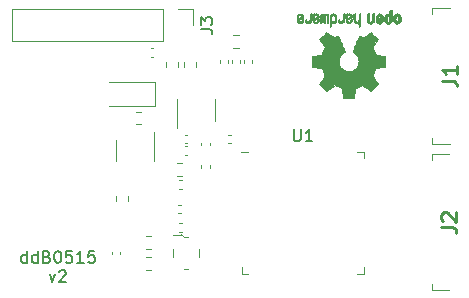
<source format=gto>
G04 #@! TF.GenerationSoftware,KiCad,Pcbnew,5.1.7-a382d34a8~87~ubuntu20.04.1*
G04 #@! TF.CreationDate,2020-11-21T01:21:06+00:00*
G04 #@! TF.ProjectId,ILI2511-N7,494c4932-3531-4312-9d4e-372e6b696361,rev?*
G04 #@! TF.SameCoordinates,Original*
G04 #@! TF.FileFunction,Legend,Top*
G04 #@! TF.FilePolarity,Positive*
%FSLAX46Y46*%
G04 Gerber Fmt 4.6, Leading zero omitted, Abs format (unit mm)*
G04 Created by KiCad (PCBNEW 5.1.7-a382d34a8~87~ubuntu20.04.1) date 2020-11-21 01:21:06*
%MOMM*%
%LPD*%
G01*
G04 APERTURE LIST*
%ADD10C,0.150000*%
%ADD11C,0.010000*%
%ADD12C,0.120000*%
%ADD13C,0.100000*%
%ADD14C,0.254000*%
G04 APERTURE END LIST*
D10*
X129987142Y-86117380D02*
X129987142Y-85117380D01*
X129987142Y-86069761D02*
X129891904Y-86117380D01*
X129701428Y-86117380D01*
X129606190Y-86069761D01*
X129558571Y-86022142D01*
X129510952Y-85926904D01*
X129510952Y-85641190D01*
X129558571Y-85545952D01*
X129606190Y-85498333D01*
X129701428Y-85450714D01*
X129891904Y-85450714D01*
X129987142Y-85498333D01*
X130891904Y-86117380D02*
X130891904Y-85117380D01*
X130891904Y-86069761D02*
X130796666Y-86117380D01*
X130606190Y-86117380D01*
X130510952Y-86069761D01*
X130463333Y-86022142D01*
X130415714Y-85926904D01*
X130415714Y-85641190D01*
X130463333Y-85545952D01*
X130510952Y-85498333D01*
X130606190Y-85450714D01*
X130796666Y-85450714D01*
X130891904Y-85498333D01*
X131701428Y-85593571D02*
X131844285Y-85641190D01*
X131891904Y-85688809D01*
X131939523Y-85784047D01*
X131939523Y-85926904D01*
X131891904Y-86022142D01*
X131844285Y-86069761D01*
X131749047Y-86117380D01*
X131368095Y-86117380D01*
X131368095Y-85117380D01*
X131701428Y-85117380D01*
X131796666Y-85165000D01*
X131844285Y-85212619D01*
X131891904Y-85307857D01*
X131891904Y-85403095D01*
X131844285Y-85498333D01*
X131796666Y-85545952D01*
X131701428Y-85593571D01*
X131368095Y-85593571D01*
X132558571Y-85117380D02*
X132653809Y-85117380D01*
X132749047Y-85165000D01*
X132796666Y-85212619D01*
X132844285Y-85307857D01*
X132891904Y-85498333D01*
X132891904Y-85736428D01*
X132844285Y-85926904D01*
X132796666Y-86022142D01*
X132749047Y-86069761D01*
X132653809Y-86117380D01*
X132558571Y-86117380D01*
X132463333Y-86069761D01*
X132415714Y-86022142D01*
X132368095Y-85926904D01*
X132320476Y-85736428D01*
X132320476Y-85498333D01*
X132368095Y-85307857D01*
X132415714Y-85212619D01*
X132463333Y-85165000D01*
X132558571Y-85117380D01*
X133796666Y-85117380D02*
X133320476Y-85117380D01*
X133272857Y-85593571D01*
X133320476Y-85545952D01*
X133415714Y-85498333D01*
X133653809Y-85498333D01*
X133749047Y-85545952D01*
X133796666Y-85593571D01*
X133844285Y-85688809D01*
X133844285Y-85926904D01*
X133796666Y-86022142D01*
X133749047Y-86069761D01*
X133653809Y-86117380D01*
X133415714Y-86117380D01*
X133320476Y-86069761D01*
X133272857Y-86022142D01*
X134796666Y-86117380D02*
X134225238Y-86117380D01*
X134510952Y-86117380D02*
X134510952Y-85117380D01*
X134415714Y-85260238D01*
X134320476Y-85355476D01*
X134225238Y-85403095D01*
X135701428Y-85117380D02*
X135225238Y-85117380D01*
X135177619Y-85593571D01*
X135225238Y-85545952D01*
X135320476Y-85498333D01*
X135558571Y-85498333D01*
X135653809Y-85545952D01*
X135701428Y-85593571D01*
X135749047Y-85688809D01*
X135749047Y-85926904D01*
X135701428Y-86022142D01*
X135653809Y-86069761D01*
X135558571Y-86117380D01*
X135320476Y-86117380D01*
X135225238Y-86069761D01*
X135177619Y-86022142D01*
X131915714Y-87100714D02*
X132153809Y-87767380D01*
X132391904Y-87100714D01*
X132725238Y-86862619D02*
X132772857Y-86815000D01*
X132868095Y-86767380D01*
X133106190Y-86767380D01*
X133201428Y-86815000D01*
X133249047Y-86862619D01*
X133296666Y-86957857D01*
X133296666Y-87053095D01*
X133249047Y-87195952D01*
X132677619Y-87767380D01*
X133296666Y-87767380D01*
D11*
G36*
X160461114Y-65865495D02*
G01*
X160386461Y-65828273D01*
X160320569Y-65759739D01*
X160302423Y-65734352D01*
X160282655Y-65701134D01*
X160269828Y-65665055D01*
X160262490Y-65616902D01*
X160259187Y-65547464D01*
X160258462Y-65455794D01*
X160261737Y-65330170D01*
X160273123Y-65235846D01*
X160294959Y-65165477D01*
X160329581Y-65111714D01*
X160379330Y-65067212D01*
X160382986Y-65064577D01*
X160432015Y-65037623D01*
X160491055Y-65024288D01*
X160566141Y-65021000D01*
X160688205Y-65021000D01*
X160688256Y-64902503D01*
X160689392Y-64836508D01*
X160696314Y-64797798D01*
X160714402Y-64774581D01*
X160749038Y-64755067D01*
X160757355Y-64751080D01*
X160796280Y-64732397D01*
X160826417Y-64720597D01*
X160848826Y-64719578D01*
X160864567Y-64733239D01*
X160874698Y-64765478D01*
X160880277Y-64820196D01*
X160882365Y-64901289D01*
X160882019Y-65012656D01*
X160880300Y-65158198D01*
X160879763Y-65201731D01*
X160877828Y-65351795D01*
X160876096Y-65449958D01*
X160688308Y-65449958D01*
X160687252Y-65366636D01*
X160682562Y-65312120D01*
X160671949Y-65276163D01*
X160653128Y-65248518D01*
X160640350Y-65235035D01*
X160588110Y-65195583D01*
X160541858Y-65192372D01*
X160494133Y-65224951D01*
X160492923Y-65226154D01*
X160473506Y-65251332D01*
X160461693Y-65285553D01*
X160455735Y-65338252D01*
X160453880Y-65418869D01*
X160453846Y-65436729D01*
X160458330Y-65547825D01*
X160472926Y-65624839D01*
X160499350Y-65671853D01*
X160539317Y-65692950D01*
X160562416Y-65695077D01*
X160617238Y-65685100D01*
X160654842Y-65652248D01*
X160677477Y-65592143D01*
X160687394Y-65500402D01*
X160688308Y-65449958D01*
X160876096Y-65449958D01*
X160875778Y-65467940D01*
X160873127Y-65555321D01*
X160869394Y-65619095D01*
X160864093Y-65664418D01*
X160856742Y-65696445D01*
X160846857Y-65720332D01*
X160833954Y-65741236D01*
X160828421Y-65749102D01*
X160755031Y-65823405D01*
X160662240Y-65865533D01*
X160554904Y-65877278D01*
X160461114Y-65865495D01*
G37*
X160461114Y-65865495D02*
X160386461Y-65828273D01*
X160320569Y-65759739D01*
X160302423Y-65734352D01*
X160282655Y-65701134D01*
X160269828Y-65665055D01*
X160262490Y-65616902D01*
X160259187Y-65547464D01*
X160258462Y-65455794D01*
X160261737Y-65330170D01*
X160273123Y-65235846D01*
X160294959Y-65165477D01*
X160329581Y-65111714D01*
X160379330Y-65067212D01*
X160382986Y-65064577D01*
X160432015Y-65037623D01*
X160491055Y-65024288D01*
X160566141Y-65021000D01*
X160688205Y-65021000D01*
X160688256Y-64902503D01*
X160689392Y-64836508D01*
X160696314Y-64797798D01*
X160714402Y-64774581D01*
X160749038Y-64755067D01*
X160757355Y-64751080D01*
X160796280Y-64732397D01*
X160826417Y-64720597D01*
X160848826Y-64719578D01*
X160864567Y-64733239D01*
X160874698Y-64765478D01*
X160880277Y-64820196D01*
X160882365Y-64901289D01*
X160882019Y-65012656D01*
X160880300Y-65158198D01*
X160879763Y-65201731D01*
X160877828Y-65351795D01*
X160876096Y-65449958D01*
X160688308Y-65449958D01*
X160687252Y-65366636D01*
X160682562Y-65312120D01*
X160671949Y-65276163D01*
X160653128Y-65248518D01*
X160640350Y-65235035D01*
X160588110Y-65195583D01*
X160541858Y-65192372D01*
X160494133Y-65224951D01*
X160492923Y-65226154D01*
X160473506Y-65251332D01*
X160461693Y-65285553D01*
X160455735Y-65338252D01*
X160453880Y-65418869D01*
X160453846Y-65436729D01*
X160458330Y-65547825D01*
X160472926Y-65624839D01*
X160499350Y-65671853D01*
X160539317Y-65692950D01*
X160562416Y-65695077D01*
X160617238Y-65685100D01*
X160654842Y-65652248D01*
X160677477Y-65592143D01*
X160687394Y-65500402D01*
X160688308Y-65449958D01*
X160876096Y-65449958D01*
X160875778Y-65467940D01*
X160873127Y-65555321D01*
X160869394Y-65619095D01*
X160864093Y-65664418D01*
X160856742Y-65696445D01*
X160846857Y-65720332D01*
X160833954Y-65741236D01*
X160828421Y-65749102D01*
X160755031Y-65823405D01*
X160662240Y-65865533D01*
X160554904Y-65877278D01*
X160461114Y-65865495D01*
G36*
X158958336Y-65854911D02*
G01*
X158895633Y-65818642D01*
X158852039Y-65782642D01*
X158820155Y-65744925D01*
X158798190Y-65698801D01*
X158784351Y-65637579D01*
X158776847Y-65554569D01*
X158773883Y-65443081D01*
X158773539Y-65362938D01*
X158773539Y-65067935D01*
X158939615Y-64993485D01*
X158949385Y-65316598D01*
X158953421Y-65437271D01*
X158957656Y-65524859D01*
X158962903Y-65585350D01*
X158969975Y-65624732D01*
X158979689Y-65648993D01*
X158992856Y-65664120D01*
X158997081Y-65667394D01*
X159061091Y-65692966D01*
X159125792Y-65682847D01*
X159164308Y-65656000D01*
X159179975Y-65636976D01*
X159190820Y-65612012D01*
X159197712Y-65574166D01*
X159201521Y-65516498D01*
X159203117Y-65432065D01*
X159203385Y-65344072D01*
X159203437Y-65233677D01*
X159205328Y-65155537D01*
X159211655Y-65102835D01*
X159225017Y-65068758D01*
X159248015Y-65046489D01*
X159283246Y-65029213D01*
X159330303Y-65011262D01*
X159381697Y-64991722D01*
X159375579Y-65338515D01*
X159373116Y-65463532D01*
X159370233Y-65555918D01*
X159366102Y-65622119D01*
X159359893Y-65668580D01*
X159350774Y-65701744D01*
X159337917Y-65728056D01*
X159322416Y-65751271D01*
X159247629Y-65825431D01*
X159156372Y-65868316D01*
X159057117Y-65878588D01*
X158958336Y-65854911D01*
G37*
X158958336Y-65854911D02*
X158895633Y-65818642D01*
X158852039Y-65782642D01*
X158820155Y-65744925D01*
X158798190Y-65698801D01*
X158784351Y-65637579D01*
X158776847Y-65554569D01*
X158773883Y-65443081D01*
X158773539Y-65362938D01*
X158773539Y-65067935D01*
X158939615Y-64993485D01*
X158949385Y-65316598D01*
X158953421Y-65437271D01*
X158957656Y-65524859D01*
X158962903Y-65585350D01*
X158969975Y-65624732D01*
X158979689Y-65648993D01*
X158992856Y-65664120D01*
X158997081Y-65667394D01*
X159061091Y-65692966D01*
X159125792Y-65682847D01*
X159164308Y-65656000D01*
X159179975Y-65636976D01*
X159190820Y-65612012D01*
X159197712Y-65574166D01*
X159201521Y-65516498D01*
X159203117Y-65432065D01*
X159203385Y-65344072D01*
X159203437Y-65233677D01*
X159205328Y-65155537D01*
X159211655Y-65102835D01*
X159225017Y-65068758D01*
X159248015Y-65046489D01*
X159283246Y-65029213D01*
X159330303Y-65011262D01*
X159381697Y-64991722D01*
X159375579Y-65338515D01*
X159373116Y-65463532D01*
X159370233Y-65555918D01*
X159366102Y-65622119D01*
X159359893Y-65668580D01*
X159350774Y-65701744D01*
X159337917Y-65728056D01*
X159322416Y-65751271D01*
X159247629Y-65825431D01*
X159156372Y-65868316D01*
X159057117Y-65878588D01*
X158958336Y-65854911D01*
G36*
X161213114Y-65862744D02*
G01*
X161121536Y-65814591D01*
X161053951Y-65737095D01*
X161029943Y-65687273D01*
X161011262Y-65612467D01*
X161001699Y-65517948D01*
X161000792Y-65414790D01*
X161008079Y-65314065D01*
X161023097Y-65226847D01*
X161045385Y-65164209D01*
X161052235Y-65153421D01*
X161133368Y-65072895D01*
X161229734Y-65024664D01*
X161334299Y-65010550D01*
X161440032Y-65032371D01*
X161469457Y-65045453D01*
X161526759Y-65085769D01*
X161577050Y-65139225D01*
X161581803Y-65146005D01*
X161601122Y-65178679D01*
X161613892Y-65213606D01*
X161621436Y-65259586D01*
X161625076Y-65325416D01*
X161626135Y-65419895D01*
X161626154Y-65441077D01*
X161626106Y-65447818D01*
X161430769Y-65447818D01*
X161429632Y-65358651D01*
X161425159Y-65299480D01*
X161415754Y-65261259D01*
X161399824Y-65234947D01*
X161391692Y-65226154D01*
X161344942Y-65192739D01*
X161299553Y-65194263D01*
X161253660Y-65223248D01*
X161226288Y-65254191D01*
X161210077Y-65299357D01*
X161200974Y-65370580D01*
X161200349Y-65378886D01*
X161198796Y-65507963D01*
X161215035Y-65603828D01*
X161248848Y-65665893D01*
X161300016Y-65693568D01*
X161318280Y-65695077D01*
X161366240Y-65687487D01*
X161399047Y-65661192D01*
X161419105Y-65610905D01*
X161428822Y-65531336D01*
X161430769Y-65447818D01*
X161626106Y-65447818D01*
X161625426Y-65541751D01*
X161622371Y-65612094D01*
X161615678Y-65660837D01*
X161604040Y-65696712D01*
X161586147Y-65728452D01*
X161582192Y-65734352D01*
X161515733Y-65813896D01*
X161443315Y-65860071D01*
X161355151Y-65878401D01*
X161325213Y-65879297D01*
X161213114Y-65862744D01*
G37*
X161213114Y-65862744D02*
X161121536Y-65814591D01*
X161053951Y-65737095D01*
X161029943Y-65687273D01*
X161011262Y-65612467D01*
X161001699Y-65517948D01*
X161000792Y-65414790D01*
X161008079Y-65314065D01*
X161023097Y-65226847D01*
X161045385Y-65164209D01*
X161052235Y-65153421D01*
X161133368Y-65072895D01*
X161229734Y-65024664D01*
X161334299Y-65010550D01*
X161440032Y-65032371D01*
X161469457Y-65045453D01*
X161526759Y-65085769D01*
X161577050Y-65139225D01*
X161581803Y-65146005D01*
X161601122Y-65178679D01*
X161613892Y-65213606D01*
X161621436Y-65259586D01*
X161625076Y-65325416D01*
X161626135Y-65419895D01*
X161626154Y-65441077D01*
X161626106Y-65447818D01*
X161430769Y-65447818D01*
X161429632Y-65358651D01*
X161425159Y-65299480D01*
X161415754Y-65261259D01*
X161399824Y-65234947D01*
X161391692Y-65226154D01*
X161344942Y-65192739D01*
X161299553Y-65194263D01*
X161253660Y-65223248D01*
X161226288Y-65254191D01*
X161210077Y-65299357D01*
X161200974Y-65370580D01*
X161200349Y-65378886D01*
X161198796Y-65507963D01*
X161215035Y-65603828D01*
X161248848Y-65665893D01*
X161300016Y-65693568D01*
X161318280Y-65695077D01*
X161366240Y-65687487D01*
X161399047Y-65661192D01*
X161419105Y-65610905D01*
X161428822Y-65531336D01*
X161430769Y-65447818D01*
X161626106Y-65447818D01*
X161625426Y-65541751D01*
X161622371Y-65612094D01*
X161615678Y-65660837D01*
X161604040Y-65696712D01*
X161586147Y-65728452D01*
X161582192Y-65734352D01*
X161515733Y-65813896D01*
X161443315Y-65860071D01*
X161355151Y-65878401D01*
X161325213Y-65879297D01*
X161213114Y-65862744D01*
G36*
X159695746Y-65850255D02*
G01*
X159618714Y-65798433D01*
X159559184Y-65723588D01*
X159523622Y-65628346D01*
X159516429Y-65558244D01*
X159517246Y-65528991D01*
X159524086Y-65506593D01*
X159542888Y-65486526D01*
X159579592Y-65464267D01*
X159640138Y-65435291D01*
X159730466Y-65395073D01*
X159730923Y-65394871D01*
X159814067Y-65356790D01*
X159882247Y-65322975D01*
X159928495Y-65297067D01*
X159945842Y-65282705D01*
X159945846Y-65282589D01*
X159930557Y-65251315D01*
X159894804Y-65216843D01*
X159853758Y-65192010D01*
X159832963Y-65187077D01*
X159776230Y-65204138D01*
X159727373Y-65246867D01*
X159703535Y-65293845D01*
X159680603Y-65328478D01*
X159635682Y-65367919D01*
X159582877Y-65401991D01*
X159536290Y-65420520D01*
X159526548Y-65421538D01*
X159515582Y-65404785D01*
X159514921Y-65361961D01*
X159522980Y-65304219D01*
X159538173Y-65242711D01*
X159558914Y-65188591D01*
X159559962Y-65186490D01*
X159622379Y-65099340D01*
X159703274Y-65040061D01*
X159795144Y-65010966D01*
X159890487Y-65014366D01*
X159981802Y-65052572D01*
X159985862Y-65055259D01*
X160057694Y-65120358D01*
X160104927Y-65205295D01*
X160131066Y-65316979D01*
X160134574Y-65348357D01*
X160140787Y-65496464D01*
X160133339Y-65565532D01*
X159945846Y-65565532D01*
X159943410Y-65522448D01*
X159930086Y-65509874D01*
X159896868Y-65519281D01*
X159844506Y-65541517D01*
X159785976Y-65569390D01*
X159784521Y-65570128D01*
X159734911Y-65596223D01*
X159715000Y-65613637D01*
X159719910Y-65631893D01*
X159740584Y-65655880D01*
X159793181Y-65690594D01*
X159849823Y-65693144D01*
X159900631Y-65667881D01*
X159935724Y-65619153D01*
X159945846Y-65565532D01*
X160133339Y-65565532D01*
X160128008Y-65614964D01*
X160095222Y-65708945D01*
X160049579Y-65774785D01*
X159967198Y-65841319D01*
X159876454Y-65874324D01*
X159783815Y-65876427D01*
X159695746Y-65850255D01*
G37*
X159695746Y-65850255D02*
X159618714Y-65798433D01*
X159559184Y-65723588D01*
X159523622Y-65628346D01*
X159516429Y-65558244D01*
X159517246Y-65528991D01*
X159524086Y-65506593D01*
X159542888Y-65486526D01*
X159579592Y-65464267D01*
X159640138Y-65435291D01*
X159730466Y-65395073D01*
X159730923Y-65394871D01*
X159814067Y-65356790D01*
X159882247Y-65322975D01*
X159928495Y-65297067D01*
X159945842Y-65282705D01*
X159945846Y-65282589D01*
X159930557Y-65251315D01*
X159894804Y-65216843D01*
X159853758Y-65192010D01*
X159832963Y-65187077D01*
X159776230Y-65204138D01*
X159727373Y-65246867D01*
X159703535Y-65293845D01*
X159680603Y-65328478D01*
X159635682Y-65367919D01*
X159582877Y-65401991D01*
X159536290Y-65420520D01*
X159526548Y-65421538D01*
X159515582Y-65404785D01*
X159514921Y-65361961D01*
X159522980Y-65304219D01*
X159538173Y-65242711D01*
X159558914Y-65188591D01*
X159559962Y-65186490D01*
X159622379Y-65099340D01*
X159703274Y-65040061D01*
X159795144Y-65010966D01*
X159890487Y-65014366D01*
X159981802Y-65052572D01*
X159985862Y-65055259D01*
X160057694Y-65120358D01*
X160104927Y-65205295D01*
X160131066Y-65316979D01*
X160134574Y-65348357D01*
X160140787Y-65496464D01*
X160133339Y-65565532D01*
X159945846Y-65565532D01*
X159943410Y-65522448D01*
X159930086Y-65509874D01*
X159896868Y-65519281D01*
X159844506Y-65541517D01*
X159785976Y-65569390D01*
X159784521Y-65570128D01*
X159734911Y-65596223D01*
X159715000Y-65613637D01*
X159719910Y-65631893D01*
X159740584Y-65655880D01*
X159793181Y-65690594D01*
X159849823Y-65693144D01*
X159900631Y-65667881D01*
X159935724Y-65619153D01*
X159945846Y-65565532D01*
X160133339Y-65565532D01*
X160128008Y-65614964D01*
X160095222Y-65708945D01*
X160049579Y-65774785D01*
X159967198Y-65841319D01*
X159876454Y-65874324D01*
X159783815Y-65876427D01*
X159695746Y-65850255D01*
G36*
X158070154Y-65957880D02*
G01*
X158064428Y-65878020D01*
X158057851Y-65830961D01*
X158048738Y-65810434D01*
X158035402Y-65810171D01*
X158031077Y-65812622D01*
X157973556Y-65830364D01*
X157898732Y-65829328D01*
X157822661Y-65811090D01*
X157775082Y-65787495D01*
X157726298Y-65749802D01*
X157690636Y-65707145D01*
X157666155Y-65652943D01*
X157650913Y-65580616D01*
X157642970Y-65483581D01*
X157640384Y-65355258D01*
X157640338Y-65330642D01*
X157640308Y-65054130D01*
X157701839Y-65032680D01*
X157745541Y-65018088D01*
X157769518Y-65011294D01*
X157770223Y-65011231D01*
X157772585Y-65029655D01*
X157774594Y-65080474D01*
X157776099Y-65157007D01*
X157776947Y-65252570D01*
X157777077Y-65310671D01*
X157777349Y-65425229D01*
X157778748Y-65507333D01*
X157782151Y-65563607D01*
X157788433Y-65600674D01*
X157798471Y-65625156D01*
X157813139Y-65643675D01*
X157822298Y-65652594D01*
X157885211Y-65688534D01*
X157953864Y-65691225D01*
X158016152Y-65660830D01*
X158027671Y-65649856D01*
X158044567Y-65629221D01*
X158056286Y-65604744D01*
X158063767Y-65569353D01*
X158067946Y-65515974D01*
X158069763Y-65437534D01*
X158070154Y-65329383D01*
X158070154Y-65054130D01*
X158131685Y-65032680D01*
X158175387Y-65018088D01*
X158199364Y-65011294D01*
X158200070Y-65011231D01*
X158201874Y-65029931D01*
X158203500Y-65082678D01*
X158204883Y-65164443D01*
X158205958Y-65270195D01*
X158206660Y-65394906D01*
X158206923Y-65533545D01*
X158206923Y-66068194D01*
X158079923Y-66121764D01*
X158070154Y-65957880D01*
G37*
X158070154Y-65957880D02*
X158064428Y-65878020D01*
X158057851Y-65830961D01*
X158048738Y-65810434D01*
X158035402Y-65810171D01*
X158031077Y-65812622D01*
X157973556Y-65830364D01*
X157898732Y-65829328D01*
X157822661Y-65811090D01*
X157775082Y-65787495D01*
X157726298Y-65749802D01*
X157690636Y-65707145D01*
X157666155Y-65652943D01*
X157650913Y-65580616D01*
X157642970Y-65483581D01*
X157640384Y-65355258D01*
X157640338Y-65330642D01*
X157640308Y-65054130D01*
X157701839Y-65032680D01*
X157745541Y-65018088D01*
X157769518Y-65011294D01*
X157770223Y-65011231D01*
X157772585Y-65029655D01*
X157774594Y-65080474D01*
X157776099Y-65157007D01*
X157776947Y-65252570D01*
X157777077Y-65310671D01*
X157777349Y-65425229D01*
X157778748Y-65507333D01*
X157782151Y-65563607D01*
X157788433Y-65600674D01*
X157798471Y-65625156D01*
X157813139Y-65643675D01*
X157822298Y-65652594D01*
X157885211Y-65688534D01*
X157953864Y-65691225D01*
X158016152Y-65660830D01*
X158027671Y-65649856D01*
X158044567Y-65629221D01*
X158056286Y-65604744D01*
X158063767Y-65569353D01*
X158067946Y-65515974D01*
X158069763Y-65437534D01*
X158070154Y-65329383D01*
X158070154Y-65054130D01*
X158131685Y-65032680D01*
X158175387Y-65018088D01*
X158199364Y-65011294D01*
X158200070Y-65011231D01*
X158201874Y-65029931D01*
X158203500Y-65082678D01*
X158204883Y-65164443D01*
X158205958Y-65270195D01*
X158206660Y-65394906D01*
X158206923Y-65533545D01*
X158206923Y-66068194D01*
X158079923Y-66121764D01*
X158070154Y-65957880D01*
G36*
X157176499Y-65823697D02*
G01*
X157099940Y-65795267D01*
X157099064Y-65794721D01*
X157051715Y-65759873D01*
X157016759Y-65719148D01*
X156992175Y-65666075D01*
X156975938Y-65594186D01*
X156966025Y-65497008D01*
X156960414Y-65368072D01*
X156959923Y-65349702D01*
X156952859Y-65072713D01*
X157012305Y-65041972D01*
X157055319Y-65021198D01*
X157081290Y-65011354D01*
X157082491Y-65011231D01*
X157086986Y-65029394D01*
X157090556Y-65078388D01*
X157092752Y-65149969D01*
X157093231Y-65207932D01*
X157093242Y-65301830D01*
X157097534Y-65360797D01*
X157112497Y-65388921D01*
X157144518Y-65390294D01*
X157199986Y-65369002D01*
X157283731Y-65329864D01*
X157345311Y-65297357D01*
X157376983Y-65269155D01*
X157386294Y-65238418D01*
X157386308Y-65236896D01*
X157370943Y-65183946D01*
X157325453Y-65155340D01*
X157255834Y-65151197D01*
X157205687Y-65151916D01*
X157179246Y-65137473D01*
X157162757Y-65102782D01*
X157153267Y-65058584D01*
X157166943Y-65033507D01*
X157172093Y-65029918D01*
X157220575Y-65015504D01*
X157288469Y-65013463D01*
X157358388Y-65023017D01*
X157407932Y-65040478D01*
X157476430Y-65098636D01*
X157515366Y-65179592D01*
X157523077Y-65242840D01*
X157517193Y-65299889D01*
X157495899Y-65346458D01*
X157453735Y-65387819D01*
X157385241Y-65429245D01*
X157284956Y-65476007D01*
X157278846Y-65478650D01*
X157188510Y-65520383D01*
X157132765Y-65554609D01*
X157108871Y-65585365D01*
X157114087Y-65616689D01*
X157145672Y-65652617D01*
X157155117Y-65660884D01*
X157218383Y-65692942D01*
X157283936Y-65691593D01*
X157341028Y-65660162D01*
X157378907Y-65601976D01*
X157382426Y-65590554D01*
X157416700Y-65535163D01*
X157460191Y-65508482D01*
X157523077Y-65482040D01*
X157523077Y-65550452D01*
X157503948Y-65649890D01*
X157447169Y-65741098D01*
X157417622Y-65771611D01*
X157350458Y-65810772D01*
X157265044Y-65828500D01*
X157176499Y-65823697D01*
G37*
X157176499Y-65823697D02*
X157099940Y-65795267D01*
X157099064Y-65794721D01*
X157051715Y-65759873D01*
X157016759Y-65719148D01*
X156992175Y-65666075D01*
X156975938Y-65594186D01*
X156966025Y-65497008D01*
X156960414Y-65368072D01*
X156959923Y-65349702D01*
X156952859Y-65072713D01*
X157012305Y-65041972D01*
X157055319Y-65021198D01*
X157081290Y-65011354D01*
X157082491Y-65011231D01*
X157086986Y-65029394D01*
X157090556Y-65078388D01*
X157092752Y-65149969D01*
X157093231Y-65207932D01*
X157093242Y-65301830D01*
X157097534Y-65360797D01*
X157112497Y-65388921D01*
X157144518Y-65390294D01*
X157199986Y-65369002D01*
X157283731Y-65329864D01*
X157345311Y-65297357D01*
X157376983Y-65269155D01*
X157386294Y-65238418D01*
X157386308Y-65236896D01*
X157370943Y-65183946D01*
X157325453Y-65155340D01*
X157255834Y-65151197D01*
X157205687Y-65151916D01*
X157179246Y-65137473D01*
X157162757Y-65102782D01*
X157153267Y-65058584D01*
X157166943Y-65033507D01*
X157172093Y-65029918D01*
X157220575Y-65015504D01*
X157288469Y-65013463D01*
X157358388Y-65023017D01*
X157407932Y-65040478D01*
X157476430Y-65098636D01*
X157515366Y-65179592D01*
X157523077Y-65242840D01*
X157517193Y-65299889D01*
X157495899Y-65346458D01*
X157453735Y-65387819D01*
X157385241Y-65429245D01*
X157284956Y-65476007D01*
X157278846Y-65478650D01*
X157188510Y-65520383D01*
X157132765Y-65554609D01*
X157108871Y-65585365D01*
X157114087Y-65616689D01*
X157145672Y-65652617D01*
X157155117Y-65660884D01*
X157218383Y-65692942D01*
X157283936Y-65691593D01*
X157341028Y-65660162D01*
X157378907Y-65601976D01*
X157382426Y-65590554D01*
X157416700Y-65535163D01*
X157460191Y-65508482D01*
X157523077Y-65482040D01*
X157523077Y-65550452D01*
X157503948Y-65649890D01*
X157447169Y-65741098D01*
X157417622Y-65771611D01*
X157350458Y-65810772D01*
X157265044Y-65828500D01*
X157176499Y-65823697D01*
G36*
X156516638Y-65825330D02*
G01*
X156427883Y-65792579D01*
X156355978Y-65734650D01*
X156327856Y-65693872D01*
X156297198Y-65619046D01*
X156297835Y-65564942D01*
X156330013Y-65528554D01*
X156341919Y-65522367D01*
X156393325Y-65503075D01*
X156419578Y-65508018D01*
X156428470Y-65540413D01*
X156428923Y-65558308D01*
X156445203Y-65624141D01*
X156487635Y-65670193D01*
X156546612Y-65692436D01*
X156612525Y-65686839D01*
X156666105Y-65657771D01*
X156684202Y-65641190D01*
X156697029Y-65621075D01*
X156705694Y-65590668D01*
X156711304Y-65543212D01*
X156714965Y-65471950D01*
X156717785Y-65370125D01*
X156718516Y-65337885D01*
X156721180Y-65227590D01*
X156724208Y-65149964D01*
X156728750Y-65098604D01*
X156735954Y-65067110D01*
X156746967Y-65049080D01*
X156762940Y-65038112D01*
X156773166Y-65033267D01*
X156816594Y-65016699D01*
X156842158Y-65011231D01*
X156850605Y-65029493D01*
X156855761Y-65084704D01*
X156857654Y-65177501D01*
X156856311Y-65308522D01*
X156855893Y-65328731D01*
X156852942Y-65448267D01*
X156849452Y-65535551D01*
X156844486Y-65597409D01*
X156837107Y-65640664D01*
X156826376Y-65672140D01*
X156811355Y-65698661D01*
X156803498Y-65710025D01*
X156758447Y-65760308D01*
X156708060Y-65799419D01*
X156701892Y-65802833D01*
X156611542Y-65829788D01*
X156516638Y-65825330D01*
G37*
X156516638Y-65825330D02*
X156427883Y-65792579D01*
X156355978Y-65734650D01*
X156327856Y-65693872D01*
X156297198Y-65619046D01*
X156297835Y-65564942D01*
X156330013Y-65528554D01*
X156341919Y-65522367D01*
X156393325Y-65503075D01*
X156419578Y-65508018D01*
X156428470Y-65540413D01*
X156428923Y-65558308D01*
X156445203Y-65624141D01*
X156487635Y-65670193D01*
X156546612Y-65692436D01*
X156612525Y-65686839D01*
X156666105Y-65657771D01*
X156684202Y-65641190D01*
X156697029Y-65621075D01*
X156705694Y-65590668D01*
X156711304Y-65543212D01*
X156714965Y-65471950D01*
X156717785Y-65370125D01*
X156718516Y-65337885D01*
X156721180Y-65227590D01*
X156724208Y-65149964D01*
X156728750Y-65098604D01*
X156735954Y-65067110D01*
X156746967Y-65049080D01*
X156762940Y-65038112D01*
X156773166Y-65033267D01*
X156816594Y-65016699D01*
X156842158Y-65011231D01*
X156850605Y-65029493D01*
X156855761Y-65084704D01*
X156857654Y-65177501D01*
X156856311Y-65308522D01*
X156855893Y-65328731D01*
X156852942Y-65448267D01*
X156849452Y-65535551D01*
X156844486Y-65597409D01*
X156837107Y-65640664D01*
X156826376Y-65672140D01*
X156811355Y-65698661D01*
X156803498Y-65710025D01*
X156758447Y-65760308D01*
X156708060Y-65799419D01*
X156701892Y-65802833D01*
X156611542Y-65829788D01*
X156516638Y-65825330D01*
G36*
X155627919Y-65669711D02*
G01*
X155628167Y-65523680D01*
X155629128Y-65411345D01*
X155631206Y-65327322D01*
X155634807Y-65266231D01*
X155640335Y-65222691D01*
X155648196Y-65191321D01*
X155658793Y-65166738D01*
X155666818Y-65152706D01*
X155733272Y-65076612D01*
X155817530Y-65028916D01*
X155910751Y-65011801D01*
X156004100Y-65027454D01*
X156059688Y-65055582D01*
X156118043Y-65104240D01*
X156157814Y-65163667D01*
X156181810Y-65241493D01*
X156192839Y-65345348D01*
X156194401Y-65421538D01*
X156194191Y-65427014D01*
X156057692Y-65427014D01*
X156056859Y-65339645D01*
X156053039Y-65281808D01*
X156044254Y-65243971D01*
X156028526Y-65216602D01*
X156009734Y-65195958D01*
X155946625Y-65156110D01*
X155878863Y-65152705D01*
X155814821Y-65185975D01*
X155809836Y-65190483D01*
X155788561Y-65213933D01*
X155775221Y-65241834D01*
X155767999Y-65283359D01*
X155765077Y-65347684D01*
X155764615Y-65418800D01*
X155765617Y-65508142D01*
X155769762Y-65567742D01*
X155778764Y-65606911D01*
X155794333Y-65634960D01*
X155807098Y-65649856D01*
X155866400Y-65687425D01*
X155934699Y-65691943D01*
X155999890Y-65663247D01*
X156012472Y-65652594D01*
X156033889Y-65628937D01*
X156047256Y-65600749D01*
X156054434Y-65558755D01*
X156057281Y-65493681D01*
X156057692Y-65427014D01*
X156194191Y-65427014D01*
X156189678Y-65544235D01*
X156173638Y-65636423D01*
X156143472Y-65705731D01*
X156096371Y-65759789D01*
X156059688Y-65787495D01*
X155993010Y-65817428D01*
X155915728Y-65831322D01*
X155843890Y-65827603D01*
X155803692Y-65812600D01*
X155787918Y-65808330D01*
X155777450Y-65824250D01*
X155770144Y-65866911D01*
X155764615Y-65931894D01*
X155758563Y-66004268D01*
X155750156Y-66047813D01*
X155734859Y-66072713D01*
X155708136Y-66089155D01*
X155691346Y-66096436D01*
X155627846Y-66123037D01*
X155627919Y-65669711D01*
G37*
X155627919Y-65669711D02*
X155628167Y-65523680D01*
X155629128Y-65411345D01*
X155631206Y-65327322D01*
X155634807Y-65266231D01*
X155640335Y-65222691D01*
X155648196Y-65191321D01*
X155658793Y-65166738D01*
X155666818Y-65152706D01*
X155733272Y-65076612D01*
X155817530Y-65028916D01*
X155910751Y-65011801D01*
X156004100Y-65027454D01*
X156059688Y-65055582D01*
X156118043Y-65104240D01*
X156157814Y-65163667D01*
X156181810Y-65241493D01*
X156192839Y-65345348D01*
X156194401Y-65421538D01*
X156194191Y-65427014D01*
X156057692Y-65427014D01*
X156056859Y-65339645D01*
X156053039Y-65281808D01*
X156044254Y-65243971D01*
X156028526Y-65216602D01*
X156009734Y-65195958D01*
X155946625Y-65156110D01*
X155878863Y-65152705D01*
X155814821Y-65185975D01*
X155809836Y-65190483D01*
X155788561Y-65213933D01*
X155775221Y-65241834D01*
X155767999Y-65283359D01*
X155765077Y-65347684D01*
X155764615Y-65418800D01*
X155765617Y-65508142D01*
X155769762Y-65567742D01*
X155778764Y-65606911D01*
X155794333Y-65634960D01*
X155807098Y-65649856D01*
X155866400Y-65687425D01*
X155934699Y-65691943D01*
X155999890Y-65663247D01*
X156012472Y-65652594D01*
X156033889Y-65628937D01*
X156047256Y-65600749D01*
X156054434Y-65558755D01*
X156057281Y-65493681D01*
X156057692Y-65427014D01*
X156194191Y-65427014D01*
X156189678Y-65544235D01*
X156173638Y-65636423D01*
X156143472Y-65705731D01*
X156096371Y-65759789D01*
X156059688Y-65787495D01*
X155993010Y-65817428D01*
X155915728Y-65831322D01*
X155843890Y-65827603D01*
X155803692Y-65812600D01*
X155787918Y-65808330D01*
X155777450Y-65824250D01*
X155770144Y-65866911D01*
X155764615Y-65931894D01*
X155758563Y-66004268D01*
X155750156Y-66047813D01*
X155734859Y-66072713D01*
X155708136Y-66089155D01*
X155691346Y-66096436D01*
X155627846Y-66123037D01*
X155627919Y-65669711D01*
G36*
X154834071Y-65813338D02*
G01*
X154831089Y-65761932D01*
X154828753Y-65683808D01*
X154827251Y-65585143D01*
X154826769Y-65481657D01*
X154826769Y-65131467D01*
X154888599Y-65069637D01*
X154931207Y-65031538D01*
X154968610Y-65016105D01*
X155019730Y-65017082D01*
X155040022Y-65019567D01*
X155103446Y-65026800D01*
X155155905Y-65030945D01*
X155168692Y-65031328D01*
X155211801Y-65028824D01*
X155273456Y-65022538D01*
X155297362Y-65019567D01*
X155356078Y-65014972D01*
X155395536Y-65024954D01*
X155434662Y-65055772D01*
X155448785Y-65069637D01*
X155510615Y-65131467D01*
X155510615Y-65786497D01*
X155460850Y-65809171D01*
X155417998Y-65825966D01*
X155392927Y-65831846D01*
X155386499Y-65813264D01*
X155380491Y-65761345D01*
X155375303Y-65681828D01*
X155371336Y-65580454D01*
X155369423Y-65494808D01*
X155364077Y-65157769D01*
X155317440Y-65151175D01*
X155275024Y-65155786D01*
X155254240Y-65170713D01*
X155248430Y-65198623D01*
X155243470Y-65258075D01*
X155239754Y-65341534D01*
X155237676Y-65441468D01*
X155237376Y-65492896D01*
X155237077Y-65788946D01*
X155175546Y-65810396D01*
X155131996Y-65824980D01*
X155108306Y-65831781D01*
X155107623Y-65831846D01*
X155105246Y-65813358D01*
X155102634Y-65762094D01*
X155100005Y-65684351D01*
X155097579Y-65586426D01*
X155095885Y-65494808D01*
X155090539Y-65157769D01*
X154973308Y-65157769D01*
X154967928Y-65465254D01*
X154962549Y-65772739D01*
X154905399Y-65802293D01*
X154863203Y-65822587D01*
X154838230Y-65831796D01*
X154837509Y-65831846D01*
X154834071Y-65813338D01*
G37*
X154834071Y-65813338D02*
X154831089Y-65761932D01*
X154828753Y-65683808D01*
X154827251Y-65585143D01*
X154826769Y-65481657D01*
X154826769Y-65131467D01*
X154888599Y-65069637D01*
X154931207Y-65031538D01*
X154968610Y-65016105D01*
X155019730Y-65017082D01*
X155040022Y-65019567D01*
X155103446Y-65026800D01*
X155155905Y-65030945D01*
X155168692Y-65031328D01*
X155211801Y-65028824D01*
X155273456Y-65022538D01*
X155297362Y-65019567D01*
X155356078Y-65014972D01*
X155395536Y-65024954D01*
X155434662Y-65055772D01*
X155448785Y-65069637D01*
X155510615Y-65131467D01*
X155510615Y-65786497D01*
X155460850Y-65809171D01*
X155417998Y-65825966D01*
X155392927Y-65831846D01*
X155386499Y-65813264D01*
X155380491Y-65761345D01*
X155375303Y-65681828D01*
X155371336Y-65580454D01*
X155369423Y-65494808D01*
X155364077Y-65157769D01*
X155317440Y-65151175D01*
X155275024Y-65155786D01*
X155254240Y-65170713D01*
X155248430Y-65198623D01*
X155243470Y-65258075D01*
X155239754Y-65341534D01*
X155237676Y-65441468D01*
X155237376Y-65492896D01*
X155237077Y-65788946D01*
X155175546Y-65810396D01*
X155131996Y-65824980D01*
X155108306Y-65831781D01*
X155107623Y-65831846D01*
X155105246Y-65813358D01*
X155102634Y-65762094D01*
X155100005Y-65684351D01*
X155097579Y-65586426D01*
X155095885Y-65494808D01*
X155090539Y-65157769D01*
X154973308Y-65157769D01*
X154967928Y-65465254D01*
X154962549Y-65772739D01*
X154905399Y-65802293D01*
X154863203Y-65822587D01*
X154838230Y-65831796D01*
X154837509Y-65831846D01*
X154834071Y-65813338D01*
G36*
X154342667Y-65816472D02*
G01*
X154286410Y-65790883D01*
X154242253Y-65759876D01*
X154209899Y-65725205D01*
X154187562Y-65680480D01*
X154173454Y-65619308D01*
X154165789Y-65535299D01*
X154162780Y-65422060D01*
X154162462Y-65347491D01*
X154162462Y-65056580D01*
X154212227Y-65033905D01*
X154251424Y-65017333D01*
X154270843Y-65011231D01*
X154274558Y-65029390D01*
X154277505Y-65078352D01*
X154279309Y-65149847D01*
X154279692Y-65206615D01*
X154281339Y-65288629D01*
X154285778Y-65353691D01*
X154292260Y-65393533D01*
X154297410Y-65402000D01*
X154332023Y-65393354D01*
X154386360Y-65371177D01*
X154449278Y-65341114D01*
X154509632Y-65308808D01*
X154556279Y-65279902D01*
X154578074Y-65260039D01*
X154578161Y-65259825D01*
X154576286Y-65223065D01*
X154559475Y-65187974D01*
X154529961Y-65159472D01*
X154486884Y-65149939D01*
X154450068Y-65151050D01*
X154397926Y-65151867D01*
X154370556Y-65139651D01*
X154354118Y-65107376D01*
X154352045Y-65101290D01*
X154344919Y-65055261D01*
X154363976Y-65027313D01*
X154413647Y-65013993D01*
X154467303Y-65011530D01*
X154563858Y-65029790D01*
X154613841Y-65055869D01*
X154675571Y-65117132D01*
X154708310Y-65192330D01*
X154711247Y-65271789D01*
X154683576Y-65345833D01*
X154641953Y-65392231D01*
X154600396Y-65418207D01*
X154535078Y-65451093D01*
X154458962Y-65484443D01*
X154446274Y-65489539D01*
X154362667Y-65526435D01*
X154314470Y-65558954D01*
X154298970Y-65591282D01*
X154313450Y-65627606D01*
X154338308Y-65656000D01*
X154397061Y-65690961D01*
X154461707Y-65693583D01*
X154520992Y-65666642D01*
X154563661Y-65612912D01*
X154569261Y-65599050D01*
X154601867Y-65548064D01*
X154649470Y-65510213D01*
X154709539Y-65479150D01*
X154709539Y-65567232D01*
X154706003Y-65621049D01*
X154690844Y-65663466D01*
X154657232Y-65708721D01*
X154624965Y-65743580D01*
X154574791Y-65792938D01*
X154535807Y-65819453D01*
X154493936Y-65830089D01*
X154446540Y-65831846D01*
X154342667Y-65816472D01*
G37*
X154342667Y-65816472D02*
X154286410Y-65790883D01*
X154242253Y-65759876D01*
X154209899Y-65725205D01*
X154187562Y-65680480D01*
X154173454Y-65619308D01*
X154165789Y-65535299D01*
X154162780Y-65422060D01*
X154162462Y-65347491D01*
X154162462Y-65056580D01*
X154212227Y-65033905D01*
X154251424Y-65017333D01*
X154270843Y-65011231D01*
X154274558Y-65029390D01*
X154277505Y-65078352D01*
X154279309Y-65149847D01*
X154279692Y-65206615D01*
X154281339Y-65288629D01*
X154285778Y-65353691D01*
X154292260Y-65393533D01*
X154297410Y-65402000D01*
X154332023Y-65393354D01*
X154386360Y-65371177D01*
X154449278Y-65341114D01*
X154509632Y-65308808D01*
X154556279Y-65279902D01*
X154578074Y-65260039D01*
X154578161Y-65259825D01*
X154576286Y-65223065D01*
X154559475Y-65187974D01*
X154529961Y-65159472D01*
X154486884Y-65149939D01*
X154450068Y-65151050D01*
X154397926Y-65151867D01*
X154370556Y-65139651D01*
X154354118Y-65107376D01*
X154352045Y-65101290D01*
X154344919Y-65055261D01*
X154363976Y-65027313D01*
X154413647Y-65013993D01*
X154467303Y-65011530D01*
X154563858Y-65029790D01*
X154613841Y-65055869D01*
X154675571Y-65117132D01*
X154708310Y-65192330D01*
X154711247Y-65271789D01*
X154683576Y-65345833D01*
X154641953Y-65392231D01*
X154600396Y-65418207D01*
X154535078Y-65451093D01*
X154458962Y-65484443D01*
X154446274Y-65489539D01*
X154362667Y-65526435D01*
X154314470Y-65558954D01*
X154298970Y-65591282D01*
X154313450Y-65627606D01*
X154338308Y-65656000D01*
X154397061Y-65690961D01*
X154461707Y-65693583D01*
X154520992Y-65666642D01*
X154563661Y-65612912D01*
X154569261Y-65599050D01*
X154601867Y-65548064D01*
X154649470Y-65510213D01*
X154709539Y-65479150D01*
X154709539Y-65567232D01*
X154706003Y-65621049D01*
X154690844Y-65663466D01*
X154657232Y-65708721D01*
X154624965Y-65743580D01*
X154574791Y-65792938D01*
X154535807Y-65819453D01*
X154493936Y-65830089D01*
X154446540Y-65831846D01*
X154342667Y-65816472D01*
G36*
X153659193Y-65813218D02*
G01*
X153635839Y-65803012D01*
X153580098Y-65758866D01*
X153532431Y-65695033D01*
X153502952Y-65626913D01*
X153498154Y-65593330D01*
X153514240Y-65546444D01*
X153549525Y-65521635D01*
X153587356Y-65506613D01*
X153604679Y-65503845D01*
X153613114Y-65523934D01*
X153629770Y-65567649D01*
X153637077Y-65587402D01*
X153678052Y-65655729D01*
X153737378Y-65689809D01*
X153813448Y-65688761D01*
X153819082Y-65687419D01*
X153859695Y-65668164D01*
X153889552Y-65630625D01*
X153909945Y-65570191D01*
X153922164Y-65482249D01*
X153927500Y-65362187D01*
X153928000Y-65298302D01*
X153928248Y-65197597D01*
X153929874Y-65128946D01*
X153934199Y-65085327D01*
X153942546Y-65059718D01*
X153956235Y-65045097D01*
X153976589Y-65034442D01*
X153977766Y-65033905D01*
X154016962Y-65017333D01*
X154036381Y-65011231D01*
X154039365Y-65029681D01*
X154041919Y-65080677D01*
X154043860Y-65157692D01*
X154045003Y-65254195D01*
X154045231Y-65324816D01*
X154044068Y-65461475D01*
X154039521Y-65565149D01*
X154030001Y-65641892D01*
X154013919Y-65697754D01*
X153989687Y-65738788D01*
X153955714Y-65771046D01*
X153922167Y-65793560D01*
X153841501Y-65823524D01*
X153747619Y-65830282D01*
X153659193Y-65813218D01*
G37*
X153659193Y-65813218D02*
X153635839Y-65803012D01*
X153580098Y-65758866D01*
X153532431Y-65695033D01*
X153502952Y-65626913D01*
X153498154Y-65593330D01*
X153514240Y-65546444D01*
X153549525Y-65521635D01*
X153587356Y-65506613D01*
X153604679Y-65503845D01*
X153613114Y-65523934D01*
X153629770Y-65567649D01*
X153637077Y-65587402D01*
X153678052Y-65655729D01*
X153737378Y-65689809D01*
X153813448Y-65688761D01*
X153819082Y-65687419D01*
X153859695Y-65668164D01*
X153889552Y-65630625D01*
X153909945Y-65570191D01*
X153922164Y-65482249D01*
X153927500Y-65362187D01*
X153928000Y-65298302D01*
X153928248Y-65197597D01*
X153929874Y-65128946D01*
X153934199Y-65085327D01*
X153942546Y-65059718D01*
X153956235Y-65045097D01*
X153976589Y-65034442D01*
X153977766Y-65033905D01*
X154016962Y-65017333D01*
X154036381Y-65011231D01*
X154039365Y-65029681D01*
X154041919Y-65080677D01*
X154043860Y-65157692D01*
X154045003Y-65254195D01*
X154045231Y-65324816D01*
X154044068Y-65461475D01*
X154039521Y-65565149D01*
X154030001Y-65641892D01*
X154013919Y-65697754D01*
X153989687Y-65738788D01*
X153955714Y-65771046D01*
X153922167Y-65793560D01*
X153841501Y-65823524D01*
X153747619Y-65830282D01*
X153659193Y-65813218D01*
G36*
X152984776Y-65802162D02*
G01*
X152907472Y-65751639D01*
X152870186Y-65706410D01*
X152840647Y-65624337D01*
X152838301Y-65559393D01*
X152843615Y-65472555D01*
X153043885Y-65384897D01*
X153141261Y-65340113D01*
X153204887Y-65304087D01*
X153237971Y-65272883D01*
X153243720Y-65242564D01*
X153225342Y-65209195D01*
X153205077Y-65187077D01*
X153146111Y-65151607D01*
X153081976Y-65149121D01*
X153023074Y-65176765D01*
X152979803Y-65231680D01*
X152972064Y-65251072D01*
X152934994Y-65311636D01*
X152892346Y-65337448D01*
X152833846Y-65359529D01*
X152833846Y-65275816D01*
X152839018Y-65218850D01*
X152859277Y-65170811D01*
X152901738Y-65115654D01*
X152908049Y-65108486D01*
X152955280Y-65059415D01*
X152995879Y-65033080D01*
X153046672Y-65020965D01*
X153088780Y-65016997D01*
X153164098Y-65016009D01*
X153217714Y-65028534D01*
X153251162Y-65047131D01*
X153303732Y-65088025D01*
X153340121Y-65132252D01*
X153363150Y-65187874D01*
X153375641Y-65262953D01*
X153380413Y-65365551D01*
X153380794Y-65417624D01*
X153379499Y-65480052D01*
X153261529Y-65480052D01*
X153260161Y-65446562D01*
X153256751Y-65441077D01*
X153234247Y-65448528D01*
X153185818Y-65468247D01*
X153121092Y-65496282D01*
X153107557Y-65502308D01*
X153025756Y-65543904D01*
X152980688Y-65580462D01*
X152970783Y-65614704D01*
X152994474Y-65649352D01*
X153014040Y-65664661D01*
X153084640Y-65695279D01*
X153150720Y-65690220D01*
X153206041Y-65652849D01*
X153244364Y-65586527D01*
X153256651Y-65533884D01*
X153261529Y-65480052D01*
X153379499Y-65480052D01*
X153378270Y-65539280D01*
X153368968Y-65629290D01*
X153350540Y-65694833D01*
X153320640Y-65743088D01*
X153276920Y-65781233D01*
X153257859Y-65793560D01*
X153171274Y-65825664D01*
X153076478Y-65827684D01*
X152984776Y-65802162D01*
G37*
X152984776Y-65802162D02*
X152907472Y-65751639D01*
X152870186Y-65706410D01*
X152840647Y-65624337D01*
X152838301Y-65559393D01*
X152843615Y-65472555D01*
X153043885Y-65384897D01*
X153141261Y-65340113D01*
X153204887Y-65304087D01*
X153237971Y-65272883D01*
X153243720Y-65242564D01*
X153225342Y-65209195D01*
X153205077Y-65187077D01*
X153146111Y-65151607D01*
X153081976Y-65149121D01*
X153023074Y-65176765D01*
X152979803Y-65231680D01*
X152972064Y-65251072D01*
X152934994Y-65311636D01*
X152892346Y-65337448D01*
X152833846Y-65359529D01*
X152833846Y-65275816D01*
X152839018Y-65218850D01*
X152859277Y-65170811D01*
X152901738Y-65115654D01*
X152908049Y-65108486D01*
X152955280Y-65059415D01*
X152995879Y-65033080D01*
X153046672Y-65020965D01*
X153088780Y-65016997D01*
X153164098Y-65016009D01*
X153217714Y-65028534D01*
X153251162Y-65047131D01*
X153303732Y-65088025D01*
X153340121Y-65132252D01*
X153363150Y-65187874D01*
X153375641Y-65262953D01*
X153380413Y-65365551D01*
X153380794Y-65417624D01*
X153379499Y-65480052D01*
X153261529Y-65480052D01*
X153260161Y-65446562D01*
X153256751Y-65441077D01*
X153234247Y-65448528D01*
X153185818Y-65468247D01*
X153121092Y-65496282D01*
X153107557Y-65502308D01*
X153025756Y-65543904D01*
X152980688Y-65580462D01*
X152970783Y-65614704D01*
X152994474Y-65649352D01*
X153014040Y-65664661D01*
X153084640Y-65695279D01*
X153150720Y-65690220D01*
X153206041Y-65652849D01*
X153244364Y-65586527D01*
X153256651Y-65533884D01*
X153261529Y-65480052D01*
X153379499Y-65480052D01*
X153378270Y-65539280D01*
X153368968Y-65629290D01*
X153350540Y-65694833D01*
X153320640Y-65743088D01*
X153276920Y-65781233D01*
X153257859Y-65793560D01*
X153171274Y-65825664D01*
X153076478Y-65827684D01*
X152984776Y-65802162D01*
G36*
X157090122Y-72162224D02*
G01*
X156984388Y-72161645D01*
X156907868Y-72160078D01*
X156855628Y-72157028D01*
X156822737Y-72152004D01*
X156804263Y-72144511D01*
X156795273Y-72134056D01*
X156790837Y-72120147D01*
X156790406Y-72118346D01*
X156783667Y-72085855D01*
X156771192Y-72021748D01*
X156754281Y-71932849D01*
X156734229Y-71825981D01*
X156712336Y-71707967D01*
X156711571Y-71703822D01*
X156689641Y-71588169D01*
X156669123Y-71485986D01*
X156651341Y-71403402D01*
X156637619Y-71346544D01*
X156629282Y-71321542D01*
X156628884Y-71321099D01*
X156604323Y-71308890D01*
X156553685Y-71288544D01*
X156487905Y-71264455D01*
X156487539Y-71264326D01*
X156404683Y-71233182D01*
X156307000Y-71193509D01*
X156214923Y-71153619D01*
X156210566Y-71151647D01*
X156060593Y-71083580D01*
X155728502Y-71310361D01*
X155626626Y-71379496D01*
X155534343Y-71441303D01*
X155456997Y-71492267D01*
X155399936Y-71528873D01*
X155368505Y-71547606D01*
X155365521Y-71548996D01*
X155342679Y-71542810D01*
X155300018Y-71512965D01*
X155235872Y-71458053D01*
X155148579Y-71376666D01*
X155059465Y-71290078D01*
X154973559Y-71204753D01*
X154896673Y-71126892D01*
X154833436Y-71061303D01*
X154788477Y-71012795D01*
X154766424Y-70986175D01*
X154765604Y-70984805D01*
X154763166Y-70966537D01*
X154772350Y-70936705D01*
X154795426Y-70891279D01*
X154834663Y-70826230D01*
X154892330Y-70737530D01*
X154969205Y-70623343D01*
X155037430Y-70522838D01*
X155098418Y-70432697D01*
X155148644Y-70358151D01*
X155184584Y-70304435D01*
X155202713Y-70276782D01*
X155203854Y-70274905D01*
X155201641Y-70248410D01*
X155184862Y-70196914D01*
X155156858Y-70130149D01*
X155146878Y-70108828D01*
X155103328Y-70013841D01*
X155056866Y-69906063D01*
X155019123Y-69812808D01*
X154991927Y-69743594D01*
X154970325Y-69690994D01*
X154957842Y-69663503D01*
X154956291Y-69661384D01*
X154933332Y-69657876D01*
X154879214Y-69648262D01*
X154801132Y-69633911D01*
X154706281Y-69616193D01*
X154601857Y-69596475D01*
X154495056Y-69576126D01*
X154393074Y-69556514D01*
X154303106Y-69539009D01*
X154232347Y-69524978D01*
X154187994Y-69515791D01*
X154177115Y-69513193D01*
X154165878Y-69506782D01*
X154157395Y-69492303D01*
X154151286Y-69464867D01*
X154147168Y-69419589D01*
X154144659Y-69351580D01*
X154143379Y-69255953D01*
X154142946Y-69127820D01*
X154142923Y-69075299D01*
X154142923Y-68648155D01*
X154245500Y-68627909D01*
X154302569Y-68616930D01*
X154387731Y-68600905D01*
X154490628Y-68581767D01*
X154600904Y-68561449D01*
X154631385Y-68555868D01*
X154733145Y-68536083D01*
X154821795Y-68516627D01*
X154889892Y-68499303D01*
X154929996Y-68485912D01*
X154936677Y-68481921D01*
X154953081Y-68453658D01*
X154976601Y-68398891D01*
X155002684Y-68328412D01*
X155007858Y-68313231D01*
X155042044Y-68219104D01*
X155084477Y-68112899D01*
X155126003Y-68017527D01*
X155126208Y-68017084D01*
X155195360Y-67867475D01*
X154740488Y-67198383D01*
X155032500Y-66905884D01*
X155120820Y-66818830D01*
X155201375Y-66742091D01*
X155269640Y-66679763D01*
X155321092Y-66635944D01*
X155351206Y-66614730D01*
X155355526Y-66613384D01*
X155380889Y-66623984D01*
X155432642Y-66653453D01*
X155505132Y-66698295D01*
X155592706Y-66755016D01*
X155687388Y-66818538D01*
X155783484Y-66883332D01*
X155869163Y-66939713D01*
X155938984Y-66984212D01*
X155987506Y-67013361D01*
X156009218Y-67023692D01*
X156035707Y-67014950D01*
X156085938Y-66991913D01*
X156149549Y-66959369D01*
X156156292Y-66955751D01*
X156241954Y-66912790D01*
X156300694Y-66891721D01*
X156337228Y-66891497D01*
X156356269Y-66911072D01*
X156356380Y-66911346D01*
X156365898Y-66934528D01*
X156388597Y-66989559D01*
X156422718Y-67072178D01*
X156466500Y-67178128D01*
X156518184Y-67303148D01*
X156576008Y-67442980D01*
X156632009Y-67578363D01*
X156693553Y-67727766D01*
X156750061Y-67866168D01*
X156799839Y-67989327D01*
X156841194Y-68092998D01*
X156872432Y-68172941D01*
X156891859Y-68224912D01*
X156897846Y-68244308D01*
X156882832Y-68266557D01*
X156843561Y-68302018D01*
X156791193Y-68341113D01*
X156642059Y-68464755D01*
X156525489Y-68606478D01*
X156442882Y-68763296D01*
X156395634Y-68932225D01*
X156385143Y-69110278D01*
X156392769Y-69192461D01*
X156434318Y-69362969D01*
X156505877Y-69513541D01*
X156603005Y-69642691D01*
X156721266Y-69748936D01*
X156856220Y-69830790D01*
X157003429Y-69886768D01*
X157158456Y-69915385D01*
X157316861Y-69915156D01*
X157474206Y-69884595D01*
X157626054Y-69822218D01*
X157767965Y-69726540D01*
X157827197Y-69672428D01*
X157940797Y-69533480D01*
X158019894Y-69381639D01*
X158065014Y-69221333D01*
X158076684Y-69056988D01*
X158055431Y-68893029D01*
X158001780Y-68733882D01*
X157916260Y-68583975D01*
X157799395Y-68447733D01*
X157668807Y-68341113D01*
X157614412Y-68300358D01*
X157575986Y-68265282D01*
X157562154Y-68244274D01*
X157569397Y-68221365D01*
X157589995Y-68166635D01*
X157622254Y-68084328D01*
X157664479Y-67978685D01*
X157714977Y-67853950D01*
X157772052Y-67714364D01*
X157828146Y-67578330D01*
X157890033Y-67428799D01*
X157947356Y-67290233D01*
X157998356Y-67166893D01*
X158041273Y-67063036D01*
X158074347Y-66982920D01*
X158095819Y-66930805D01*
X158103775Y-66911346D01*
X158122571Y-66891577D01*
X158158926Y-66891635D01*
X158217521Y-66912559D01*
X158303032Y-66955387D01*
X158303708Y-66955751D01*
X158368093Y-66988988D01*
X158420139Y-67013198D01*
X158449488Y-67023596D01*
X158450783Y-67023692D01*
X158472876Y-67013145D01*
X158521652Y-66983816D01*
X158591669Y-66939173D01*
X158677486Y-66882686D01*
X158772612Y-66818538D01*
X158869460Y-66753589D01*
X158956747Y-66697104D01*
X159028819Y-66652579D01*
X159080023Y-66623510D01*
X159104474Y-66613384D01*
X159126990Y-66626693D01*
X159172258Y-66663888D01*
X159235756Y-66720872D01*
X159312961Y-66793551D01*
X159399349Y-66877829D01*
X159427601Y-66905984D01*
X159719713Y-67198584D01*
X159497369Y-67524896D01*
X159429798Y-67625103D01*
X159370493Y-67715037D01*
X159322783Y-67789490D01*
X159289993Y-67843249D01*
X159275452Y-67871106D01*
X159275026Y-67873088D01*
X159282692Y-67899345D01*
X159303311Y-67952163D01*
X159333315Y-68022690D01*
X159354375Y-68069907D01*
X159393752Y-68160306D01*
X159430835Y-68251634D01*
X159459585Y-68328800D01*
X159467395Y-68352308D01*
X159489583Y-68415084D01*
X159511273Y-68463589D01*
X159523187Y-68481921D01*
X159549477Y-68493141D01*
X159606858Y-68509046D01*
X159687882Y-68527833D01*
X159785105Y-68547701D01*
X159828615Y-68555868D01*
X159939104Y-68576171D01*
X160045084Y-68595830D01*
X160136199Y-68612912D01*
X160202092Y-68625482D01*
X160214500Y-68627909D01*
X160317077Y-68648155D01*
X160317077Y-69075299D01*
X160316847Y-69215754D01*
X160315901Y-69322021D01*
X160313859Y-69398987D01*
X160310338Y-69451540D01*
X160304957Y-69484567D01*
X160297334Y-69502955D01*
X160287088Y-69511592D01*
X160282885Y-69513193D01*
X160257530Y-69518873D01*
X160201516Y-69530205D01*
X160122036Y-69545821D01*
X160026288Y-69564353D01*
X159921467Y-69584431D01*
X159814768Y-69604688D01*
X159713387Y-69623754D01*
X159624521Y-69640261D01*
X159555363Y-69652841D01*
X159513111Y-69660125D01*
X159503710Y-69661384D01*
X159495193Y-69678237D01*
X159476340Y-69723130D01*
X159450676Y-69787570D01*
X159440877Y-69812808D01*
X159401352Y-69910314D01*
X159354808Y-70018041D01*
X159313123Y-70108828D01*
X159282450Y-70178247D01*
X159262044Y-70235290D01*
X159255232Y-70270223D01*
X159256318Y-70274905D01*
X159270715Y-70297009D01*
X159303588Y-70346169D01*
X159351410Y-70417152D01*
X159410652Y-70504722D01*
X159477785Y-70603643D01*
X159491059Y-70623170D01*
X159568954Y-70738860D01*
X159626213Y-70826956D01*
X159665119Y-70891514D01*
X159687956Y-70936589D01*
X159697006Y-70966237D01*
X159694552Y-70984515D01*
X159694489Y-70984631D01*
X159675173Y-71008639D01*
X159632449Y-71055053D01*
X159570949Y-71119063D01*
X159495302Y-71195855D01*
X159410139Y-71280618D01*
X159400535Y-71290078D01*
X159293210Y-71394011D01*
X159210385Y-71470325D01*
X159150395Y-71520429D01*
X159111577Y-71545730D01*
X159094480Y-71548996D01*
X159069527Y-71534750D01*
X159017745Y-71501844D01*
X158944480Y-71453792D01*
X158855080Y-71394110D01*
X158754889Y-71326312D01*
X158731499Y-71310361D01*
X158399407Y-71083580D01*
X158249435Y-71151647D01*
X158158230Y-71191315D01*
X158060331Y-71231209D01*
X157976169Y-71263017D01*
X157972462Y-71264326D01*
X157906631Y-71288424D01*
X157855884Y-71308800D01*
X157831158Y-71321064D01*
X157831116Y-71321099D01*
X157823271Y-71343266D01*
X157809934Y-71397783D01*
X157792430Y-71478520D01*
X157772083Y-71579350D01*
X157750218Y-71694144D01*
X157748429Y-71703822D01*
X157726496Y-71822096D01*
X157706360Y-71929458D01*
X157689320Y-72019083D01*
X157676672Y-72084149D01*
X157669716Y-72117832D01*
X157669594Y-72118346D01*
X157665361Y-72132675D01*
X157657129Y-72143493D01*
X157639967Y-72151294D01*
X157608942Y-72156571D01*
X157559122Y-72159818D01*
X157485576Y-72161528D01*
X157383371Y-72162193D01*
X157247575Y-72162307D01*
X157230000Y-72162308D01*
X157090122Y-72162224D01*
G37*
X157090122Y-72162224D02*
X156984388Y-72161645D01*
X156907868Y-72160078D01*
X156855628Y-72157028D01*
X156822737Y-72152004D01*
X156804263Y-72144511D01*
X156795273Y-72134056D01*
X156790837Y-72120147D01*
X156790406Y-72118346D01*
X156783667Y-72085855D01*
X156771192Y-72021748D01*
X156754281Y-71932849D01*
X156734229Y-71825981D01*
X156712336Y-71707967D01*
X156711571Y-71703822D01*
X156689641Y-71588169D01*
X156669123Y-71485986D01*
X156651341Y-71403402D01*
X156637619Y-71346544D01*
X156629282Y-71321542D01*
X156628884Y-71321099D01*
X156604323Y-71308890D01*
X156553685Y-71288544D01*
X156487905Y-71264455D01*
X156487539Y-71264326D01*
X156404683Y-71233182D01*
X156307000Y-71193509D01*
X156214923Y-71153619D01*
X156210566Y-71151647D01*
X156060593Y-71083580D01*
X155728502Y-71310361D01*
X155626626Y-71379496D01*
X155534343Y-71441303D01*
X155456997Y-71492267D01*
X155399936Y-71528873D01*
X155368505Y-71547606D01*
X155365521Y-71548996D01*
X155342679Y-71542810D01*
X155300018Y-71512965D01*
X155235872Y-71458053D01*
X155148579Y-71376666D01*
X155059465Y-71290078D01*
X154973559Y-71204753D01*
X154896673Y-71126892D01*
X154833436Y-71061303D01*
X154788477Y-71012795D01*
X154766424Y-70986175D01*
X154765604Y-70984805D01*
X154763166Y-70966537D01*
X154772350Y-70936705D01*
X154795426Y-70891279D01*
X154834663Y-70826230D01*
X154892330Y-70737530D01*
X154969205Y-70623343D01*
X155037430Y-70522838D01*
X155098418Y-70432697D01*
X155148644Y-70358151D01*
X155184584Y-70304435D01*
X155202713Y-70276782D01*
X155203854Y-70274905D01*
X155201641Y-70248410D01*
X155184862Y-70196914D01*
X155156858Y-70130149D01*
X155146878Y-70108828D01*
X155103328Y-70013841D01*
X155056866Y-69906063D01*
X155019123Y-69812808D01*
X154991927Y-69743594D01*
X154970325Y-69690994D01*
X154957842Y-69663503D01*
X154956291Y-69661384D01*
X154933332Y-69657876D01*
X154879214Y-69648262D01*
X154801132Y-69633911D01*
X154706281Y-69616193D01*
X154601857Y-69596475D01*
X154495056Y-69576126D01*
X154393074Y-69556514D01*
X154303106Y-69539009D01*
X154232347Y-69524978D01*
X154187994Y-69515791D01*
X154177115Y-69513193D01*
X154165878Y-69506782D01*
X154157395Y-69492303D01*
X154151286Y-69464867D01*
X154147168Y-69419589D01*
X154144659Y-69351580D01*
X154143379Y-69255953D01*
X154142946Y-69127820D01*
X154142923Y-69075299D01*
X154142923Y-68648155D01*
X154245500Y-68627909D01*
X154302569Y-68616930D01*
X154387731Y-68600905D01*
X154490628Y-68581767D01*
X154600904Y-68561449D01*
X154631385Y-68555868D01*
X154733145Y-68536083D01*
X154821795Y-68516627D01*
X154889892Y-68499303D01*
X154929996Y-68485912D01*
X154936677Y-68481921D01*
X154953081Y-68453658D01*
X154976601Y-68398891D01*
X155002684Y-68328412D01*
X155007858Y-68313231D01*
X155042044Y-68219104D01*
X155084477Y-68112899D01*
X155126003Y-68017527D01*
X155126208Y-68017084D01*
X155195360Y-67867475D01*
X154740488Y-67198383D01*
X155032500Y-66905884D01*
X155120820Y-66818830D01*
X155201375Y-66742091D01*
X155269640Y-66679763D01*
X155321092Y-66635944D01*
X155351206Y-66614730D01*
X155355526Y-66613384D01*
X155380889Y-66623984D01*
X155432642Y-66653453D01*
X155505132Y-66698295D01*
X155592706Y-66755016D01*
X155687388Y-66818538D01*
X155783484Y-66883332D01*
X155869163Y-66939713D01*
X155938984Y-66984212D01*
X155987506Y-67013361D01*
X156009218Y-67023692D01*
X156035707Y-67014950D01*
X156085938Y-66991913D01*
X156149549Y-66959369D01*
X156156292Y-66955751D01*
X156241954Y-66912790D01*
X156300694Y-66891721D01*
X156337228Y-66891497D01*
X156356269Y-66911072D01*
X156356380Y-66911346D01*
X156365898Y-66934528D01*
X156388597Y-66989559D01*
X156422718Y-67072178D01*
X156466500Y-67178128D01*
X156518184Y-67303148D01*
X156576008Y-67442980D01*
X156632009Y-67578363D01*
X156693553Y-67727766D01*
X156750061Y-67866168D01*
X156799839Y-67989327D01*
X156841194Y-68092998D01*
X156872432Y-68172941D01*
X156891859Y-68224912D01*
X156897846Y-68244308D01*
X156882832Y-68266557D01*
X156843561Y-68302018D01*
X156791193Y-68341113D01*
X156642059Y-68464755D01*
X156525489Y-68606478D01*
X156442882Y-68763296D01*
X156395634Y-68932225D01*
X156385143Y-69110278D01*
X156392769Y-69192461D01*
X156434318Y-69362969D01*
X156505877Y-69513541D01*
X156603005Y-69642691D01*
X156721266Y-69748936D01*
X156856220Y-69830790D01*
X157003429Y-69886768D01*
X157158456Y-69915385D01*
X157316861Y-69915156D01*
X157474206Y-69884595D01*
X157626054Y-69822218D01*
X157767965Y-69726540D01*
X157827197Y-69672428D01*
X157940797Y-69533480D01*
X158019894Y-69381639D01*
X158065014Y-69221333D01*
X158076684Y-69056988D01*
X158055431Y-68893029D01*
X158001780Y-68733882D01*
X157916260Y-68583975D01*
X157799395Y-68447733D01*
X157668807Y-68341113D01*
X157614412Y-68300358D01*
X157575986Y-68265282D01*
X157562154Y-68244274D01*
X157569397Y-68221365D01*
X157589995Y-68166635D01*
X157622254Y-68084328D01*
X157664479Y-67978685D01*
X157714977Y-67853950D01*
X157772052Y-67714364D01*
X157828146Y-67578330D01*
X157890033Y-67428799D01*
X157947356Y-67290233D01*
X157998356Y-67166893D01*
X158041273Y-67063036D01*
X158074347Y-66982920D01*
X158095819Y-66930805D01*
X158103775Y-66911346D01*
X158122571Y-66891577D01*
X158158926Y-66891635D01*
X158217521Y-66912559D01*
X158303032Y-66955387D01*
X158303708Y-66955751D01*
X158368093Y-66988988D01*
X158420139Y-67013198D01*
X158449488Y-67023596D01*
X158450783Y-67023692D01*
X158472876Y-67013145D01*
X158521652Y-66983816D01*
X158591669Y-66939173D01*
X158677486Y-66882686D01*
X158772612Y-66818538D01*
X158869460Y-66753589D01*
X158956747Y-66697104D01*
X159028819Y-66652579D01*
X159080023Y-66623510D01*
X159104474Y-66613384D01*
X159126990Y-66626693D01*
X159172258Y-66663888D01*
X159235756Y-66720872D01*
X159312961Y-66793551D01*
X159399349Y-66877829D01*
X159427601Y-66905984D01*
X159719713Y-67198584D01*
X159497369Y-67524896D01*
X159429798Y-67625103D01*
X159370493Y-67715037D01*
X159322783Y-67789490D01*
X159289993Y-67843249D01*
X159275452Y-67871106D01*
X159275026Y-67873088D01*
X159282692Y-67899345D01*
X159303311Y-67952163D01*
X159333315Y-68022690D01*
X159354375Y-68069907D01*
X159393752Y-68160306D01*
X159430835Y-68251634D01*
X159459585Y-68328800D01*
X159467395Y-68352308D01*
X159489583Y-68415084D01*
X159511273Y-68463589D01*
X159523187Y-68481921D01*
X159549477Y-68493141D01*
X159606858Y-68509046D01*
X159687882Y-68527833D01*
X159785105Y-68547701D01*
X159828615Y-68555868D01*
X159939104Y-68576171D01*
X160045084Y-68595830D01*
X160136199Y-68612912D01*
X160202092Y-68625482D01*
X160214500Y-68627909D01*
X160317077Y-68648155D01*
X160317077Y-69075299D01*
X160316847Y-69215754D01*
X160315901Y-69322021D01*
X160313859Y-69398987D01*
X160310338Y-69451540D01*
X160304957Y-69484567D01*
X160297334Y-69502955D01*
X160287088Y-69511592D01*
X160282885Y-69513193D01*
X160257530Y-69518873D01*
X160201516Y-69530205D01*
X160122036Y-69545821D01*
X160026288Y-69564353D01*
X159921467Y-69584431D01*
X159814768Y-69604688D01*
X159713387Y-69623754D01*
X159624521Y-69640261D01*
X159555363Y-69652841D01*
X159513111Y-69660125D01*
X159503710Y-69661384D01*
X159495193Y-69678237D01*
X159476340Y-69723130D01*
X159450676Y-69787570D01*
X159440877Y-69812808D01*
X159401352Y-69910314D01*
X159354808Y-70018041D01*
X159313123Y-70108828D01*
X159282450Y-70178247D01*
X159262044Y-70235290D01*
X159255232Y-70270223D01*
X159256318Y-70274905D01*
X159270715Y-70297009D01*
X159303588Y-70346169D01*
X159351410Y-70417152D01*
X159410652Y-70504722D01*
X159477785Y-70603643D01*
X159491059Y-70623170D01*
X159568954Y-70738860D01*
X159626213Y-70826956D01*
X159665119Y-70891514D01*
X159687956Y-70936589D01*
X159697006Y-70966237D01*
X159694552Y-70984515D01*
X159694489Y-70984631D01*
X159675173Y-71008639D01*
X159632449Y-71055053D01*
X159570949Y-71119063D01*
X159495302Y-71195855D01*
X159410139Y-71280618D01*
X159400535Y-71290078D01*
X159293210Y-71394011D01*
X159210385Y-71470325D01*
X159150395Y-71520429D01*
X159111577Y-71545730D01*
X159094480Y-71548996D01*
X159069527Y-71534750D01*
X159017745Y-71501844D01*
X158944480Y-71453792D01*
X158855080Y-71394110D01*
X158754889Y-71326312D01*
X158731499Y-71310361D01*
X158399407Y-71083580D01*
X158249435Y-71151647D01*
X158158230Y-71191315D01*
X158060331Y-71231209D01*
X157976169Y-71263017D01*
X157972462Y-71264326D01*
X157906631Y-71288424D01*
X157855884Y-71308800D01*
X157831158Y-71321064D01*
X157831116Y-71321099D01*
X157823271Y-71343266D01*
X157809934Y-71397783D01*
X157792430Y-71478520D01*
X157772083Y-71579350D01*
X157750218Y-71694144D01*
X157748429Y-71703822D01*
X157726496Y-71822096D01*
X157706360Y-71929458D01*
X157689320Y-72019083D01*
X157676672Y-72084149D01*
X157669716Y-72117832D01*
X157669594Y-72118346D01*
X157665361Y-72132675D01*
X157657129Y-72143493D01*
X157639967Y-72151294D01*
X157608942Y-72156571D01*
X157559122Y-72159818D01*
X157485576Y-72161528D01*
X157383371Y-72162193D01*
X157247575Y-72162307D01*
X157230000Y-72162308D01*
X157090122Y-72162224D01*
D12*
X157950000Y-76730000D02*
X158500000Y-76730000D01*
X158500000Y-76730000D02*
X158500000Y-77280000D01*
X157950000Y-87030000D02*
X158500000Y-87030000D01*
X158500000Y-87030000D02*
X158500000Y-86480000D01*
X148750000Y-87030000D02*
X148200000Y-87030000D01*
X148200000Y-87030000D02*
X148200000Y-86480000D01*
X148750000Y-76730000D02*
X148125000Y-76730000D01*
D13*
X164325000Y-76030000D02*
X164325000Y-75530000D01*
X164325000Y-75530000D02*
X164310000Y-75530000D01*
X164310000Y-75530000D02*
X164310000Y-76030000D01*
X164310000Y-76030000D02*
X164325000Y-76030000D01*
X164325000Y-65030000D02*
X164325000Y-64530000D01*
X164325000Y-64530000D02*
X164325000Y-64530000D01*
X164325000Y-64530000D02*
X164325000Y-65030000D01*
X164325000Y-65030000D02*
X164325000Y-65030000D01*
X165810000Y-76030000D02*
X165810000Y-76030000D01*
X165810000Y-76030000D02*
X164325000Y-76030000D01*
X164325000Y-76030000D02*
X164325000Y-76030000D01*
X164325000Y-76030000D02*
X165810000Y-76030000D01*
X164310000Y-64530000D02*
X164310000Y-64530000D01*
X164310000Y-64530000D02*
X165810000Y-64530000D01*
X165810000Y-64530000D02*
X165810000Y-64530000D01*
X165810000Y-64530000D02*
X164310000Y-64530000D01*
X164275000Y-88450000D02*
X164275000Y-87950000D01*
X164275000Y-87950000D02*
X164260000Y-87950000D01*
X164260000Y-87950000D02*
X164260000Y-88450000D01*
X164260000Y-88450000D02*
X164275000Y-88450000D01*
X164275000Y-77450000D02*
X164275000Y-76950000D01*
X164275000Y-76950000D02*
X164275000Y-76950000D01*
X164275000Y-76950000D02*
X164275000Y-77450000D01*
X164275000Y-77450000D02*
X164275000Y-77450000D01*
X165760000Y-88450000D02*
X165760000Y-88450000D01*
X165760000Y-88450000D02*
X164275000Y-88450000D01*
X164275000Y-88450000D02*
X164275000Y-88450000D01*
X164275000Y-88450000D02*
X165760000Y-88450000D01*
X164260000Y-76950000D02*
X164260000Y-76950000D01*
X164260000Y-76950000D02*
X165760000Y-76950000D01*
X165760000Y-76950000D02*
X165760000Y-76950000D01*
X165760000Y-76950000D02*
X164260000Y-76950000D01*
D12*
X143070000Y-83730000D02*
X142380000Y-83730000D01*
X142340000Y-85610000D02*
X142340000Y-84970000D01*
X144560000Y-85610000D02*
X144560000Y-84970000D01*
X143290000Y-83930000D02*
X143620000Y-83930000D01*
X143280000Y-86650000D02*
X143620000Y-86650000D01*
X143070000Y-83730000D02*
G75*
G02*
X143290000Y-83930000I-90000J-320000D01*
G01*
X147942258Y-67902500D02*
X147467742Y-67902500D01*
X147942258Y-66857500D02*
X147467742Y-66857500D01*
X140462164Y-67970000D02*
X140677836Y-67970000D01*
X140462164Y-68690000D02*
X140677836Y-68690000D01*
X148070000Y-68982164D02*
X148070000Y-69197836D01*
X147350000Y-68982164D02*
X147350000Y-69197836D01*
X149090000Y-68982164D02*
X149090000Y-69197836D01*
X148370000Y-68982164D02*
X148370000Y-69197836D01*
X147050000Y-68982164D02*
X147050000Y-69197836D01*
X146330000Y-68982164D02*
X146330000Y-69197836D01*
X137520000Y-75720000D02*
X137520000Y-77520000D01*
X140740000Y-77520000D02*
X140740000Y-75070000D01*
X142730000Y-72280000D02*
X142730000Y-74730000D01*
X145950000Y-74080000D02*
X145950000Y-72280000D01*
X142804500Y-69581858D02*
X142804500Y-69107342D01*
X141759500Y-69581858D02*
X141759500Y-69107342D01*
X143299500Y-69581858D02*
X143299500Y-69107342D01*
X144344500Y-69581858D02*
X144344500Y-69107342D01*
X137537500Y-80452742D02*
X137537500Y-80927258D01*
X138582500Y-80452742D02*
X138582500Y-80927258D01*
X139212742Y-74372500D02*
X139687258Y-74372500D01*
X139212742Y-73327500D02*
X139687258Y-73327500D01*
X140517258Y-85667500D02*
X140042742Y-85667500D01*
X140517258Y-86712500D02*
X140042742Y-86712500D01*
X140517258Y-83867500D02*
X140042742Y-83867500D01*
X140517258Y-84912500D02*
X140042742Y-84912500D01*
X143137258Y-77687500D02*
X142662742Y-77687500D01*
X143137258Y-78732500D02*
X142662742Y-78732500D01*
X144080000Y-64670000D02*
X144080000Y-66000000D01*
X142750000Y-64670000D02*
X144080000Y-64670000D01*
X141480000Y-64670000D02*
X141480000Y-67330000D01*
X141480000Y-67330000D02*
X128720000Y-67330000D01*
X141480000Y-64670000D02*
X128720000Y-64670000D01*
X128720000Y-64670000D02*
X128720000Y-67330000D01*
X140830000Y-72850000D02*
X136930000Y-72850000D01*
X140830000Y-70850000D02*
X136930000Y-70850000D01*
X140830000Y-72850000D02*
X140830000Y-70850000D01*
X143342164Y-76990000D02*
X143557836Y-76990000D01*
X143342164Y-76270000D02*
X143557836Y-76270000D01*
X143342164Y-75980000D02*
X143557836Y-75980000D01*
X143342164Y-75260000D02*
X143557836Y-75260000D01*
X144750000Y-77852164D02*
X144750000Y-78067836D01*
X145470000Y-77852164D02*
X145470000Y-78067836D01*
X145470000Y-75962164D02*
X145470000Y-76177836D01*
X144750000Y-75962164D02*
X144750000Y-76177836D01*
X147247836Y-75270000D02*
X147032164Y-75270000D01*
X147247836Y-75990000D02*
X147032164Y-75990000D01*
X143087836Y-82760000D02*
X142872164Y-82760000D01*
X143087836Y-83480000D02*
X142872164Y-83480000D01*
X137160000Y-85182164D02*
X137160000Y-85397836D01*
X137880000Y-85182164D02*
X137880000Y-85397836D01*
X142902164Y-79840000D02*
X143117836Y-79840000D01*
X142902164Y-79120000D02*
X143117836Y-79120000D01*
X142802164Y-81920000D02*
X143017836Y-81920000D01*
X142802164Y-81200000D02*
X143017836Y-81200000D01*
D10*
X152588095Y-74832380D02*
X152588095Y-75641904D01*
X152635714Y-75737142D01*
X152683333Y-75784761D01*
X152778571Y-75832380D01*
X152969047Y-75832380D01*
X153064285Y-75784761D01*
X153111904Y-75737142D01*
X153159523Y-75641904D01*
X153159523Y-74832380D01*
X154159523Y-75832380D02*
X153588095Y-75832380D01*
X153873809Y-75832380D02*
X153873809Y-74832380D01*
X153778571Y-74975238D01*
X153683333Y-75070476D01*
X153588095Y-75118095D01*
D14*
X165104523Y-70703333D02*
X166011666Y-70703333D01*
X166193095Y-70763809D01*
X166314047Y-70884761D01*
X166374523Y-71066190D01*
X166374523Y-71187142D01*
X166374523Y-69433333D02*
X166374523Y-70159047D01*
X166374523Y-69796190D02*
X165104523Y-69796190D01*
X165285952Y-69917142D01*
X165406904Y-70038095D01*
X165467380Y-70159047D01*
X165084523Y-83113333D02*
X165991666Y-83113333D01*
X166173095Y-83173809D01*
X166294047Y-83294761D01*
X166354523Y-83476190D01*
X166354523Y-83597142D01*
X165205476Y-82569047D02*
X165145000Y-82508571D01*
X165084523Y-82387619D01*
X165084523Y-82085238D01*
X165145000Y-81964285D01*
X165205476Y-81903809D01*
X165326428Y-81843333D01*
X165447380Y-81843333D01*
X165628809Y-81903809D01*
X166354523Y-82629523D01*
X166354523Y-81843333D01*
D10*
X144702380Y-66333333D02*
X145416666Y-66333333D01*
X145559523Y-66380952D01*
X145654761Y-66476190D01*
X145702380Y-66619047D01*
X145702380Y-66714285D01*
X144702380Y-65952380D02*
X144702380Y-65333333D01*
X145083333Y-65666666D01*
X145083333Y-65523809D01*
X145130952Y-65428571D01*
X145178571Y-65380952D01*
X145273809Y-65333333D01*
X145511904Y-65333333D01*
X145607142Y-65380952D01*
X145654761Y-65428571D01*
X145702380Y-65523809D01*
X145702380Y-65809523D01*
X145654761Y-65904761D01*
X145607142Y-65952380D01*
M02*

</source>
